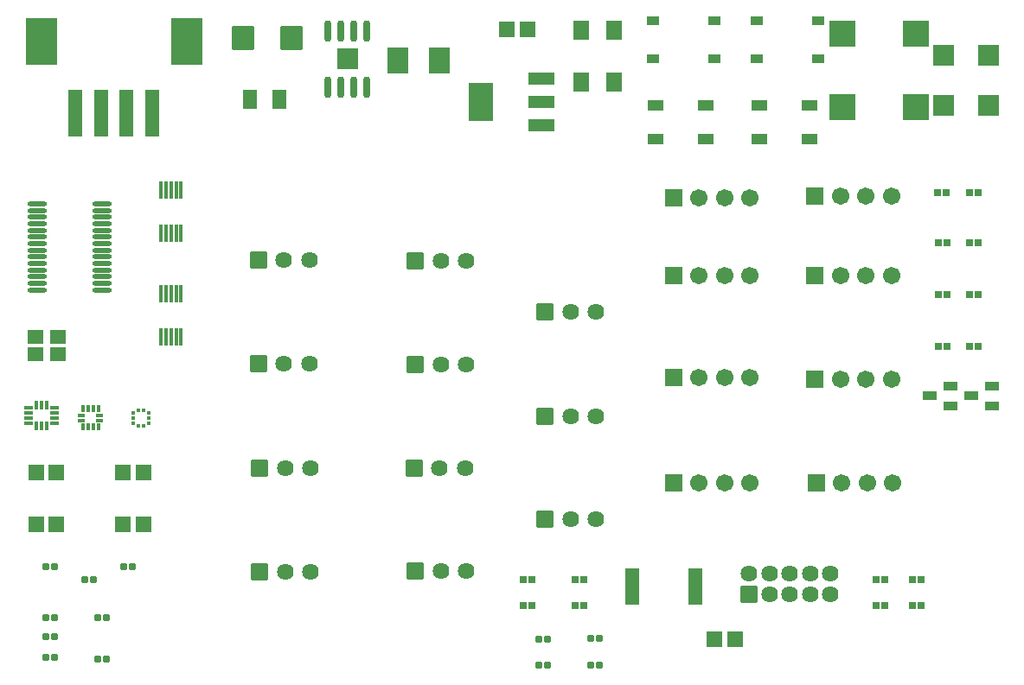
<source format=gts>
G04 Layer: TopSolderMaskLayer*
G04 EasyEDA v6.5.51, 2026-01-30 13:44:17*
G04 92297e22193845c58655d16a6a8cf733,4a48564a065a4812aa16136ba7ac55d9,10*
G04 Gerber Generator version 0.2*
G04 Scale: 100 percent, Rotated: No, Reflected: No *
G04 Dimensions in millimeters *
G04 leading zeros omitted , absolute positions ,4 integer and 5 decimal *
%FSLAX45Y45*%
%MOMM*%

%AMMACRO1*4,1,8,-1.2211,-1.2508,-1.2508,-1.2211,-1.2508,1.2211,-1.2211,1.2508,1.2211,1.2508,1.2508,1.2211,1.2508,-1.2211,1.2211,-1.2508,-1.2211,-1.2508,0*%
%AMMACRO2*4,1,8,-0.7261,-0.7258,-0.7558,-0.696,-0.7558,0.6961,-0.7261,0.7258,0.726,0.7258,0.7558,0.6961,0.7558,-0.696,0.726,-0.7258,-0.7261,-0.7258,0*%
%AMMACRO3*4,1,8,-0.2711,-0.3208,-0.3008,-0.291,-0.3008,0.2911,-0.2711,0.3208,0.271,0.3208,0.3008,0.2911,0.3008,-0.291,0.271,-0.3208,-0.2711,-0.3208,0*%
%AMMACRO4*4,1,8,-0.7635,-0.9148,-0.7933,-0.885,-0.7933,0.8851,-0.7635,0.9148,0.7635,0.9148,0.7933,0.8851,0.7933,-0.885,0.7635,-0.9148,-0.7635,-0.9148,0*%
%AMMACRO5*4,1,8,-0.6711,-2.3008,-0.7008,-2.271,-0.7008,2.2711,-0.6711,2.3008,0.671,2.3008,0.7008,2.2711,0.7008,-2.271,0.671,-2.3008,-0.6711,-2.3008,0*%
%AMMACRO6*4,1,8,-1.5211,-2.3008,-1.5508,-2.271,-1.5508,2.2711,-1.5211,2.3008,1.521,2.3008,1.5508,2.2711,1.5508,-2.271,1.521,-2.3008,-1.5211,-2.3008,0*%
%AMMACRO7*4,1,8,-1.0448,-1.147,-1.0745,-1.1172,-1.0745,1.1172,-1.0448,1.147,1.0448,1.147,1.0745,1.1172,1.0745,-1.1172,1.0448,-1.147,-1.0448,-1.147,0*%
%AMMACRO8*4,1,8,-1.0211,-1.0508,-1.0508,-1.021,-1.0508,1.0211,-1.0211,1.0508,1.021,1.0508,1.0508,1.0211,1.0508,-1.021,1.021,-1.0508,-1.0211,-1.0508,0*%
%AMMACRO9*4,1,8,-0.7716,-0.5499,-0.8014,-0.5201,-0.8014,0.5202,-0.7716,0.5499,0.7716,0.5499,0.8014,0.5202,0.8014,-0.5201,0.7716,-0.5499,-0.7716,-0.5499,0*%
%AMMACRO10*4,1,8,-0.7704,-0.5499,-0.8001,-0.5201,-0.8001,0.5202,-0.7704,0.5499,0.7703,0.5499,0.8001,0.5202,0.8001,-0.5201,0.7703,-0.5499,-0.7704,-0.5499,0*%
%AMMACRO11*4,1,8,-0.8211,-0.8508,-0.8508,-0.821,-0.8508,0.8211,-0.8211,0.8508,0.821,0.8508,0.8508,0.8211,0.8508,-0.821,0.821,-0.8508,-0.8211,-0.8508,0*%
%AMMACRO12*4,1,8,-0.7831,-0.8128,-0.8128,-0.783,-0.8128,0.7831,-0.7831,0.8128,0.783,0.8128,0.8128,0.7831,0.8128,-0.783,0.783,-0.8128,-0.7831,-0.8128,0*%
%AMMACRO13*4,1,8,-0.646,-0.4008,-0.6758,-0.371,-0.6758,0.3711,-0.646,0.4008,0.646,0.4008,0.6758,0.3711,0.6758,-0.371,0.646,-0.4008,-0.646,-0.4008,0*%
%AMMACRO14*4,1,8,-0.3039,-0.3208,-0.3336,-0.291,-0.3336,0.2911,-0.3039,0.3208,0.3038,0.3208,0.3336,0.2911,0.3336,-0.291,0.3038,-0.3208,-0.3039,-0.3208,0*%
%AMMACRO15*4,1,8,-0.6623,-1.7788,-0.6921,-1.749,-0.6921,1.749,-0.6623,1.7788,0.6623,1.7788,0.6921,1.749,0.6921,-1.749,0.6623,-1.7788,-0.6623,-1.7788,0*%
%AMMACRO16*4,1,8,-0.5211,-0.4258,-0.5508,-0.396,-0.5508,0.3961,-0.5211,0.4258,0.521,0.4258,0.5508,0.3961,0.5508,-0.396,0.521,-0.4258,-0.5211,-0.4258,0*%
%AMMACRO17*4,1,8,-0.3585,-0.1908,-0.3883,-0.161,-0.3883,0.1611,-0.3585,0.1908,0.3585,0.1908,0.3883,0.1611,0.3883,-0.161,0.3585,-0.1908,-0.3585,-0.1908,0*%
%AMMACRO18*4,1,8,-0.1611,-0.3883,-0.1908,-0.3585,-0.1908,0.3585,-0.1611,0.3883,0.161,0.3883,0.1908,0.3585,0.1908,-0.3585,0.161,-0.3883,-0.1611,-0.3883,0*%
%AMMACRO19*4,1,8,-0.2711,-0.1908,-0.3008,-0.161,-0.3008,0.1611,-0.2711,0.1908,0.271,0.1908,0.3008,0.1611,0.3008,-0.161,0.271,-0.1908,-0.2711,-0.1908,0*%
%AMMACRO20*4,1,8,-0.1611,-0.3008,-0.1908,-0.271,-0.1908,0.2711,-0.1611,0.3008,0.161,0.3008,0.1908,0.2711,0.1908,-0.271,0.161,-0.3008,-0.1611,-0.3008,0*%
%AMMACRO21*4,1,8,-0.1707,-0.2,-0.2,-0.1707,-0.2,0.1707,-0.1707,0.2,0.1707,0.2,0.2,0.1707,0.2,-0.1707,0.1707,-0.2,-0.1707,-0.2,0*%
%AMMACRO22*4,1,8,-1.2711,-0.6008,-1.3008,-0.571,-1.3008,0.5711,-1.2711,0.6008,1.271,0.6008,1.3008,0.5711,1.3008,-0.571,1.271,-0.6008,-1.2711,-0.6008,0*%
%AMMACRO23*4,1,8,-1.1911,-1.8508,-1.2208,-1.821,-1.2208,1.8211,-1.1911,1.8508,1.191,1.8508,1.2208,1.8211,1.2208,-1.821,1.191,-1.8508,-1.1911,-1.8508,0*%
%AMMACRO24*4,1,8,-0.6161,-0.9148,-0.6458,-0.885,-0.6458,0.8851,-0.6161,0.9148,0.6161,0.9148,0.6458,0.8851,0.6458,-0.885,0.6161,-0.9148,-0.6161,-0.9148,0*%
%AMMACRO25*4,1,8,-0.7211,-0.6508,-0.7508,-0.621,-0.7508,0.6211,-0.7211,0.6508,0.721,0.6508,0.7508,0.6211,0.7508,-0.621,0.721,-0.6508,-0.7211,-0.6508,0*%
%AMMACRO26*4,1,8,-0.9711,-1.3008,-1.0008,-1.271,-1.0008,1.2711,-0.9711,1.3008,0.971,1.3008,1.0008,1.2711,1.0008,-1.271,0.971,-1.3008,-0.9711,-1.3008,0*%
%ADD10MACRO1*%
%ADD11MACRO2*%
%ADD12MACRO3*%
%ADD13MACRO4*%
%ADD14MACRO5*%
%ADD15MACRO6*%
%ADD16MACRO7*%
%ADD17MACRO8*%
%ADD18MACRO9*%
%ADD19C,0.0133*%
%ADD20MACRO10*%
%ADD21C,1.7016*%
%ADD22MACRO11*%
%ADD23MACRO12*%
%ADD24C,1.6256*%
%ADD25MACRO13*%
%ADD26MACRO14*%
%ADD27MACRO15*%
%ADD28MACRO16*%
%ADD29O,1.905X0.508*%
%ADD30O,0.38161X1.721612*%
%ADD31MACRO17*%
%ADD32MACRO18*%
%ADD33MACRO19*%
%ADD34MACRO20*%
%ADD35MACRO21*%
%ADD36O,0.675589X2.139594*%
%ADD37MACRO22*%
%ADD38MACRO23*%
%ADD39MACRO24*%
%ADD40MACRO25*%
%ADD41MACRO26*%

%LPD*%
D10*
G01*
X9025318Y12822605D03*
G01*
X9745281Y12822605D03*
G01*
X9745256Y13542568D03*
G01*
X9025318Y13542594D03*
D11*
G01*
X1331902Y9245600D03*
G01*
X1131897Y9245600D03*
G01*
X2182802Y9245600D03*
G01*
X1982797Y9245600D03*
G01*
X1331902Y8737600D03*
G01*
X1131897Y8737600D03*
G01*
X2182802Y8737600D03*
G01*
X1982797Y8737600D03*
G01*
X5942002Y13589000D03*
G01*
X5741997Y13589000D03*
G01*
X7974002Y7607300D03*
G01*
X7773997Y7607300D03*
D12*
G01*
X1312000Y8318500D03*
G01*
X1227999Y8318500D03*
G01*
X2074000Y8318500D03*
G01*
X1989999Y8318500D03*
G01*
X1693000Y8191500D03*
G01*
X1608999Y8191500D03*
G01*
X1312000Y7823200D03*
G01*
X1227999Y7823200D03*
G01*
X1312000Y7632700D03*
G01*
X1227999Y7632700D03*
G01*
X1312000Y7429500D03*
G01*
X1227999Y7429500D03*
G01*
X1820000Y7823200D03*
G01*
X1735999Y7823200D03*
G01*
X1820000Y7416800D03*
G01*
X1735999Y7416800D03*
G01*
X6138000Y7607300D03*
G01*
X6053999Y7607300D03*
G01*
X6646000Y7620000D03*
G01*
X6561999Y7620000D03*
G01*
X6138000Y7353300D03*
G01*
X6053999Y7353300D03*
G01*
X6646000Y7353300D03*
G01*
X6561999Y7353300D03*
D13*
G01*
X6788650Y13576300D03*
G01*
X6470149Y13576300D03*
G01*
X6788650Y13068300D03*
G01*
X6470149Y13068300D03*
D14*
G01*
X2267300Y12769100D03*
G01*
X2017301Y12769100D03*
G01*
X1767298Y12769100D03*
G01*
X1517299Y12769100D03*
D15*
G01*
X1182300Y13469100D03*
G01*
X2602299Y13469100D03*
D16*
G01*
X3626975Y13500100D03*
G01*
X3154824Y13500100D03*
D17*
G01*
X10456199Y13335000D03*
G01*
X10016200Y13335000D03*
G01*
X10456199Y12839700D03*
G01*
X10016200Y12839700D03*
D18*
G01*
X7687205Y12839595D03*
G01*
X7687205Y12509593D03*
D20*
G01*
X7197204Y12509593D03*
G01*
X7197204Y12839595D03*
D18*
G01*
X8703205Y12839595D03*
G01*
X8703205Y12509593D03*
D20*
G01*
X8213204Y12509593D03*
G01*
X8213204Y12839595D03*
D21*
G01*
X8122005Y11938000D03*
G01*
X7871993Y11938000D03*
G01*
X7622006Y11938000D03*
D22*
G01*
X7371999Y11937989D03*
D21*
G01*
X8122005Y11176000D03*
G01*
X7871993Y11176000D03*
G01*
X7622006Y11176000D03*
D22*
G01*
X7371999Y11175989D03*
D21*
G01*
X8122005Y10172700D03*
G01*
X7871993Y10172700D03*
G01*
X7622006Y10172700D03*
D22*
G01*
X7371999Y10172689D03*
D21*
G01*
X8122005Y9144000D03*
G01*
X7871993Y9144000D03*
G01*
X7622006Y9144000D03*
D22*
G01*
X7371999Y9143989D03*
D21*
G01*
X9506305Y11950700D03*
G01*
X9256293Y11950700D03*
G01*
X9006306Y11950700D03*
D22*
G01*
X8756299Y11950689D03*
D21*
G01*
X9506305Y11176000D03*
G01*
X9256293Y11176000D03*
G01*
X9006306Y11176000D03*
D22*
G01*
X8756299Y11175989D03*
D21*
G01*
X9506305Y10160000D03*
G01*
X9256293Y10160000D03*
G01*
X9006306Y10160000D03*
D22*
G01*
X8756299Y10159989D03*
D21*
G01*
X9519005Y9144000D03*
G01*
X9268993Y9144000D03*
G01*
X9019006Y9144000D03*
D22*
G01*
X8768999Y9143989D03*
D23*
G01*
X8108950Y8053450D03*
D24*
G01*
X8308847Y8053451D03*
G01*
X8509000Y8053451D03*
G01*
X8708897Y8053451D03*
G01*
X8909050Y8053451D03*
G01*
X8909050Y8253348D03*
G01*
X8708897Y8253348D03*
G01*
X8509000Y8253348D03*
G01*
X8308847Y8253348D03*
G01*
X8108950Y8253348D03*
D25*
G01*
X10082199Y9899904D03*
G01*
X10082199Y10089894D03*
G01*
X9882200Y9994898D03*
G01*
X10488599Y9899904D03*
G01*
X10488599Y10089894D03*
G01*
X10288600Y9994898D03*
D26*
G01*
X10038182Y11988800D03*
G01*
X9951617Y11988800D03*
G01*
X10355682Y11988800D03*
G01*
X10269117Y11988800D03*
G01*
X10050882Y11493500D03*
G01*
X9964317Y11493500D03*
G01*
X10355682Y11493500D03*
G01*
X10269117Y11493500D03*
G01*
X10050882Y10985500D03*
G01*
X9964317Y10985500D03*
G01*
X10355682Y10985500D03*
G01*
X10269117Y10985500D03*
G01*
X10050882Y10477500D03*
G01*
X9964317Y10477500D03*
G01*
X10355682Y10477500D03*
G01*
X10269117Y10477500D03*
G01*
X9441282Y8191500D03*
G01*
X9354717Y8191500D03*
G01*
X9441282Y7937500D03*
G01*
X9354717Y7937500D03*
G01*
X9796882Y8191500D03*
G01*
X9710317Y8191500D03*
G01*
X9796882Y7937500D03*
G01*
X9710317Y7937500D03*
G01*
X5986882Y8191500D03*
G01*
X5900317Y8191500D03*
G01*
X6494882Y8191500D03*
G01*
X6408317Y8191500D03*
G01*
X5986882Y7937500D03*
G01*
X5900317Y7937500D03*
G01*
X6494882Y7937500D03*
G01*
X6408317Y7937500D03*
D27*
G01*
X7583726Y8128000D03*
G01*
X6970473Y8128000D03*
D23*
G01*
X3305987Y11328400D03*
D24*
G01*
X3555987Y11328400D03*
G01*
X3805999Y11328400D03*
D23*
G01*
X3305987Y10312400D03*
D24*
G01*
X3555987Y10312400D03*
G01*
X3805999Y10312400D03*
D23*
G01*
X3318687Y9283700D03*
D24*
G01*
X3568687Y9283700D03*
G01*
X3818699Y9283700D03*
D23*
G01*
X3318687Y8267700D03*
D24*
G01*
X3568687Y8267700D03*
G01*
X3818699Y8267700D03*
D23*
G01*
X4842687Y11315700D03*
D24*
G01*
X5092687Y11315700D03*
G01*
X5342699Y11315700D03*
D23*
G01*
X4842687Y10299700D03*
D24*
G01*
X5092687Y10299700D03*
G01*
X5342699Y10299700D03*
D23*
G01*
X4829987Y9283700D03*
D24*
G01*
X5079987Y9283700D03*
G01*
X5329999Y9283700D03*
D23*
G01*
X4842687Y8280400D03*
D24*
G01*
X5092687Y8280400D03*
G01*
X5342699Y8280400D03*
D23*
G01*
X6112687Y10820400D03*
D24*
G01*
X6362687Y10820400D03*
G01*
X6612699Y10820400D03*
D23*
G01*
X6112687Y9791700D03*
D24*
G01*
X6362687Y9791700D03*
G01*
X6612699Y9791700D03*
D23*
G01*
X6112687Y8788400D03*
D24*
G01*
X6362687Y8788400D03*
G01*
X6612699Y8788400D03*
D28*
G01*
X7167600Y13672395D03*
G01*
X7767599Y13672395D03*
G01*
X7167600Y13302404D03*
G01*
X7767599Y13302404D03*
G01*
X8183600Y13672395D03*
G01*
X8783599Y13672395D03*
G01*
X8183600Y13302404D03*
G01*
X8783599Y13302404D03*
D29*
G01*
X1140510Y11877916D03*
G01*
X1140510Y11812917D03*
G01*
X1140510Y11747893D03*
G01*
X1140510Y11682895D03*
G01*
X1140510Y11617896D03*
G01*
X1140510Y11552897D03*
G01*
X1140510Y11487899D03*
G01*
X1140510Y11422900D03*
G01*
X1140510Y11357902D03*
G01*
X1140510Y11292903D03*
G01*
X1140510Y11227904D03*
G01*
X1140510Y11162906D03*
G01*
X1140510Y11097907D03*
G01*
X1140510Y11032883D03*
G01*
X1780489Y11032883D03*
G01*
X1780489Y11097907D03*
G01*
X1780489Y11162906D03*
G01*
X1780489Y11227904D03*
G01*
X1780489Y11292903D03*
G01*
X1780489Y11357902D03*
G01*
X1780489Y11422900D03*
G01*
X1780489Y11487899D03*
G01*
X1780489Y11552897D03*
G01*
X1780489Y11617896D03*
G01*
X1780489Y11682895D03*
G01*
X1780489Y11747893D03*
G01*
X1780489Y11812892D03*
G01*
X1780489Y11877890D03*
D30*
G01*
X2351100Y11587302D03*
G01*
X2401112Y11587302D03*
G01*
X2451100Y11587302D03*
G01*
X2501112Y11587302D03*
G01*
X2551099Y11587302D03*
G01*
X2351100Y12009297D03*
G01*
X2401112Y12009297D03*
G01*
X2451100Y12009297D03*
G01*
X2501112Y12009297D03*
G01*
X2551099Y12009297D03*
G01*
X2351100Y10571302D03*
G01*
X2401112Y10571302D03*
G01*
X2451100Y10571302D03*
G01*
X2501112Y10571302D03*
G01*
X2551099Y10571302D03*
G01*
X2351100Y10993297D03*
G01*
X2401112Y10993297D03*
G01*
X2451100Y10993297D03*
G01*
X2501112Y10993297D03*
G01*
X2551099Y10993297D03*
D31*
G01*
X1054887Y9879406D03*
G01*
X1054887Y9829393D03*
G01*
X1054887Y9779406D03*
G01*
X1054887Y9729393D03*
D32*
G01*
X1131100Y9703145D03*
G01*
X1181087Y9703145D03*
G01*
X1231099Y9703145D03*
D31*
G01*
X1307287Y9729393D03*
G01*
X1307287Y9779406D03*
G01*
X1307287Y9829393D03*
G01*
X1307287Y9879406D03*
D32*
G01*
X1231099Y9905654D03*
G01*
X1181087Y9905654D03*
G01*
X1131100Y9905654D03*
D33*
G01*
X1576203Y9754006D03*
G01*
X1576203Y9803993D03*
D34*
G01*
X1588693Y9866501D03*
G01*
X1638706Y9866501D03*
G01*
X1688693Y9866501D03*
G01*
X1738706Y9866501D03*
D33*
G01*
X1751194Y9803993D03*
G01*
X1751194Y9754006D03*
D34*
G01*
X1738706Y9691498D03*
G01*
X1688693Y9691498D03*
G01*
X1638706Y9691498D03*
G01*
X1588693Y9691498D03*
D35*
G01*
X2236998Y9828999D03*
G01*
X2236998Y9779000D03*
G01*
X2236998Y9729000D03*
G01*
X2184001Y9701001D03*
G01*
X2134001Y9701001D03*
G01*
X2081001Y9729000D03*
G01*
X2081001Y9779000D03*
G01*
X2081001Y9828999D03*
G01*
X2134001Y9856998D03*
G01*
X2184001Y9856998D03*
D36*
G01*
X3987800Y13019989D03*
G01*
X4114800Y13019989D03*
G01*
X4241800Y13019989D03*
G01*
X4368800Y13019989D03*
G01*
X3987800Y13573810D03*
G01*
X4114800Y13573810D03*
G01*
X4241800Y13573810D03*
G01*
X4368800Y13573810D03*
D17*
G01*
X4178300Y13296900D03*
D37*
G01*
X6075493Y12647802D03*
G01*
X6075493Y12877800D03*
G01*
X6075493Y13107797D03*
D38*
G01*
X5481497Y12877800D03*
D39*
G01*
X3220999Y12903200D03*
G01*
X3510000Y12903200D03*
D40*
G01*
X1121900Y10405211D03*
G01*
X1341899Y10405211D03*
G01*
X1341899Y10575213D03*
G01*
X1121900Y10575213D03*
D41*
G01*
X5081799Y13284198D03*
G01*
X4671800Y13284198D03*
M02*

</source>
